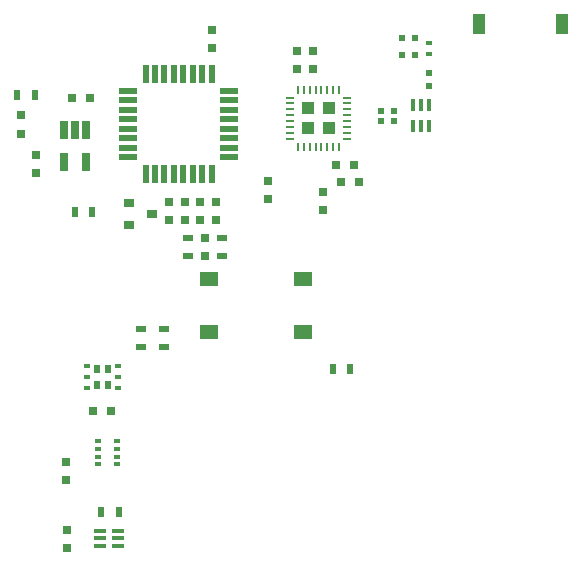
<source format=gtp>
G04 #@! TF.FileFunction,Paste,Top*
%FSLAX46Y46*%
G04 Gerber Fmt 4.6, Leading zero omitted, Abs format (unit mm)*
G04 Created by KiCad (PCBNEW 4.0.5) date Thu Mar 16 09:26:44 2017*
%MOMM*%
%LPD*%
G01*
G04 APERTURE LIST*
%ADD10C,0.100000*%
%ADD11R,0.750000X0.800000*%
%ADD12R,0.800000X0.750000*%
%ADD13R,0.500000X0.900000*%
%ADD14R,0.900000X0.500000*%
%ADD15R,1.000000X1.800000*%
%ADD16R,0.350000X1.000000*%
%ADD17R,0.700000X0.250000*%
%ADD18R,0.250000X0.700000*%
%ADD19R,1.035000X1.035000*%
%ADD20R,1.600000X0.550000*%
%ADD21R,0.550000X1.600000*%
%ADD22R,0.650000X1.560000*%
%ADD23R,0.500000X0.350000*%
%ADD24R,0.630000X0.450000*%
%ADD25R,0.510000X0.780000*%
%ADD26R,1.000000X0.400000*%
%ADD27R,0.900000X0.800000*%
%ADD28R,0.600000X0.500000*%
%ADD29R,0.600000X0.400000*%
%ADD30R,0.500000X0.600000*%
%ADD31R,0.800000X0.800000*%
%ADD32R,1.550000X1.300000*%
G04 APERTURE END LIST*
D10*
D11*
X163357500Y-126300500D03*
X163357500Y-127800500D03*
X158623000Y-126861000D03*
X158623000Y-125361000D03*
D12*
X164830000Y-125399500D03*
X166330000Y-125399500D03*
D11*
X161135000Y-115862500D03*
X161135000Y-114362500D03*
D12*
X164449000Y-124002500D03*
X165949000Y-124002500D03*
D11*
X162468500Y-115862500D03*
X162468500Y-114362500D03*
D12*
X143584000Y-118315500D03*
X142084000Y-118315500D03*
D11*
X139024000Y-124653500D03*
X139024000Y-123153500D03*
D12*
X145375000Y-144830500D03*
X143875000Y-144830500D03*
D11*
X141541500Y-149110000D03*
X141541500Y-150610000D03*
X141605000Y-154888500D03*
X141605000Y-156388500D03*
X151610000Y-127126000D03*
X151610000Y-128626000D03*
D13*
X164131500Y-141211000D03*
X165631500Y-141211000D03*
D14*
X149895500Y-139357500D03*
X149895500Y-137857500D03*
X147927000Y-139357500D03*
X147927000Y-137857500D03*
D13*
X146010000Y-153339500D03*
X144510000Y-153339500D03*
D15*
X176558000Y-112064500D03*
X183558000Y-112064500D03*
D16*
X170962500Y-120711500D03*
X171612500Y-120711500D03*
X172262500Y-120711500D03*
X171612500Y-118911500D03*
X172262500Y-118911500D03*
X170962500Y-118911500D03*
D17*
X165341000Y-121765000D03*
X165341000Y-121265000D03*
X165341000Y-120765000D03*
X165341000Y-120265000D03*
X165341000Y-119765000D03*
X165341000Y-119265000D03*
X165341000Y-118765000D03*
X165341000Y-118265000D03*
D18*
X164691000Y-117615000D03*
X164191000Y-117615000D03*
X163691000Y-117615000D03*
X163191000Y-117615000D03*
X162691000Y-117615000D03*
X162191000Y-117615000D03*
X161691000Y-117615000D03*
X161191000Y-117615000D03*
D17*
X160541000Y-118265000D03*
X160541000Y-118765000D03*
X160541000Y-119265000D03*
X160541000Y-119765000D03*
X160541000Y-120265000D03*
X160541000Y-120765000D03*
X160541000Y-121265000D03*
X160541000Y-121765000D03*
D18*
X161191000Y-122415000D03*
X161691000Y-122415000D03*
X162191000Y-122415000D03*
X162691000Y-122415000D03*
X163191000Y-122415000D03*
X163691000Y-122415000D03*
X164191000Y-122415000D03*
X164691000Y-122415000D03*
D19*
X162078500Y-119152500D03*
X162078500Y-120877500D03*
X163803500Y-119152500D03*
X163803500Y-120877500D03*
D20*
X155352000Y-123310000D03*
X155352000Y-122510000D03*
X155352000Y-121710000D03*
X155352000Y-120910000D03*
X155352000Y-120110000D03*
X155352000Y-119310000D03*
X155352000Y-118510000D03*
X155352000Y-117710000D03*
D21*
X153902000Y-116260000D03*
X153102000Y-116260000D03*
X152302000Y-116260000D03*
X151502000Y-116260000D03*
X150702000Y-116260000D03*
X149902000Y-116260000D03*
X149102000Y-116260000D03*
X148302000Y-116260000D03*
D20*
X146852000Y-117710000D03*
X146852000Y-118510000D03*
X146852000Y-119310000D03*
X146852000Y-120110000D03*
X146852000Y-120910000D03*
X146852000Y-121710000D03*
X146852000Y-122510000D03*
X146852000Y-123310000D03*
D21*
X148302000Y-124760000D03*
X149102000Y-124760000D03*
X149902000Y-124760000D03*
X150702000Y-124760000D03*
X151502000Y-124760000D03*
X152302000Y-124760000D03*
X153102000Y-124760000D03*
X153902000Y-124760000D03*
D22*
X143276000Y-121029500D03*
X142326000Y-121029500D03*
X141376000Y-121029500D03*
X141376000Y-123729500D03*
X143276000Y-123729500D03*
D23*
X144297500Y-149311000D03*
X144297500Y-148661000D03*
X144297500Y-148011000D03*
X144297500Y-147361000D03*
X145897500Y-149311000D03*
X145897500Y-148661000D03*
X145897500Y-148011000D03*
X145897500Y-147361000D03*
D24*
X143313000Y-140972500D03*
X143313000Y-141922500D03*
X143313000Y-142872500D03*
X145993000Y-142872500D03*
X145993000Y-141922500D03*
X145993000Y-140972500D03*
D25*
X145078000Y-142572500D03*
X145078000Y-141272500D03*
X144228000Y-142572500D03*
X144228000Y-141272500D03*
D26*
X144474500Y-154925000D03*
X144474500Y-155575000D03*
X144474500Y-156225000D03*
X145974500Y-156225000D03*
X145974500Y-155575000D03*
X145974500Y-154925000D03*
D27*
X146863500Y-127180000D03*
X146863500Y-129080000D03*
X148863500Y-128130000D03*
D11*
X152943500Y-127126000D03*
X152943500Y-128626000D03*
X154277000Y-127126000D03*
X154277000Y-128626000D03*
X153896000Y-114084500D03*
X153896000Y-112584500D03*
X150276500Y-127126000D03*
X150276500Y-128626000D03*
D28*
X171146500Y-113207500D03*
X170046500Y-113207500D03*
X171146500Y-114668000D03*
X170046500Y-114668000D03*
D29*
X172311000Y-113646500D03*
X172311000Y-114546500D03*
D30*
X172311000Y-117313500D03*
X172311000Y-116213500D03*
D28*
X168268500Y-119367000D03*
X169368500Y-119367000D03*
X168268500Y-120256000D03*
X169368500Y-120256000D03*
D31*
X137767000Y-121373500D03*
X137767000Y-119773500D03*
D13*
X137398000Y-118033500D03*
X138898000Y-118033500D03*
X142287500Y-127939500D03*
X143787500Y-127939500D03*
D32*
X161617500Y-138127000D03*
X161617500Y-133627000D03*
X153667500Y-133627000D03*
X153667500Y-138127000D03*
D11*
X153324500Y-130174000D03*
X153324500Y-131674000D03*
D14*
X151864000Y-131674000D03*
X151864000Y-130174000D03*
X154785000Y-130174000D03*
X154785000Y-131674000D03*
M02*

</source>
